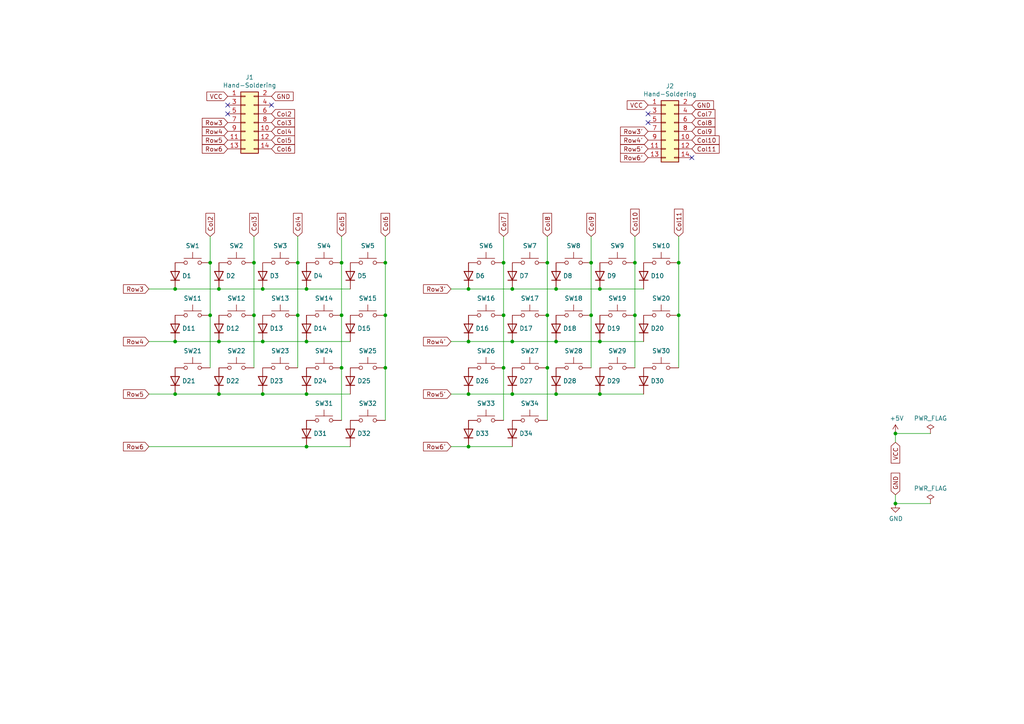
<source format=kicad_sch>
(kicad_sch (version 20211123) (generator eeschema)
  (paper "A4")
  (title_block (title "Pragmatic Input Module") (date "2021-11-20") (rev "v0.2") (company "Designed by James Sa"))
  (lib_symbols
    (symbol "Connector_Generic:Conn_02x07_Odd_Even" (pin_names (offset 1.016) hide)
      (property "Reference" "J" (at 1.27 10.16 0))
      (property "Value" "Conn_02x07_Odd_Even" (at 1.27 -10.16 0))
      (symbol "Conn_02x07_Odd_Even_1_1"
        (rectangle (start -1.27 -7.493) (end 0 -7.747) (stroke (width 0.1524)))
        (rectangle (start -1.27 -4.953) (end 0 -5.207) (stroke (width 0.1524)))
        (rectangle (start -1.27 -2.413) (end 0 -2.667) (stroke (width 0.1524)))
        (rectangle (start -1.27 0.127) (end 0 -0.127) (stroke (width 0.1524)))
        (rectangle (start -1.27 2.667) (end 0 2.413) (stroke (width 0.1524)))
        (rectangle (start -1.27 5.207) (end 0 4.953) (stroke (width 0.1524)))
        (rectangle (start -1.27 7.747) (end 0 7.493) (stroke (width 0.1524)))
        (rectangle (start -1.27 8.89) (end 3.81 -8.89) (stroke (width 0.254)) (fill (type background)))
        (rectangle (start 3.81 -7.493) (end 2.54 -7.747) (stroke (width 0.1524)))
        (rectangle (start 3.81 -4.953) (end 2.54 -5.207) (stroke (width 0.1524)))
        (rectangle (start 3.81 -2.413) (end 2.54 -2.667) (stroke (width 0.1524)))
        (rectangle (start 3.81 0.127) (end 2.54 -0.127) (stroke (width 0.1524)))
        (rectangle (start 3.81 2.667) (end 2.54 2.413) (stroke (width 0.1524)))
        (rectangle (start 3.81 5.207) (end 2.54 4.953) (stroke (width 0.1524)))
        (rectangle (start 3.81 7.747) (end 2.54 7.493) (stroke (width 0.1524)))
        (pin passive line (at -5.08 7.62 0) (length 3.81) (name "Pin_1") (number "1"))
        (pin passive line (at 7.62 -2.54 180) (length 3.81) (name "Pin_10") (number "10"))
        (pin passive line (at -5.08 -5.08 0) (length 3.81) (name "Pin_11") (number "11"))
        (pin passive line (at 7.62 -5.08 180) (length 3.81) (name "Pin_12") (number "12"))
        (pin passive line (at -5.08 -7.62 0) (length 3.81) (name "Pin_13") (number "13"))
        (pin passive line (at 7.62 -7.62 180) (length 3.81) (name "Pin_14") (number "14"))
        (pin passive line (at 7.62 7.62 180) (length 3.81) (name "Pin_2") (number "2"))
        (pin passive line (at -5.08 5.08 0) (length 3.81) (name "Pin_3") (number "3"))
        (pin passive line (at 7.62 5.08 180) (length 3.81) (name "Pin_4") (number "4"))
        (pin passive line (at -5.08 2.54 0) (length 3.81) (name "Pin_5") (number "5"))
        (pin passive line (at 7.62 2.54 180) (length 3.81) (name "Pin_6") (number "6"))
        (pin passive line (at -5.08 0 0) (length 3.81) (name "Pin_7") (number "7"))
        (pin passive line (at 7.62 0 180) (length 3.81) (name "Pin_8") (number "8"))
        (pin passive line (at -5.08 -2.54 0) (length 3.81) (name "Pin_9") (number "9"))
      )
    )
    (symbol "Device:D" (pin_numbers hide) (pin_names (offset 1.016) hide)
      (property "Reference" "D" (at 0 2.54 0))
      (property "Value" "D" (at 0 -2.54 0))
      (symbol "D_0_1"
        (polyline (pts (xy -1.27 1.27) (xy -1.27 -1.27)) (stroke (width 0.254)))
        (polyline (pts (xy 1.27 0) (xy -1.27 0)))
        (polyline (pts (xy 1.27 1.27) (xy 1.27 -1.27) (xy -1.27 0) (xy 1.27 1.27)) (stroke (width 0.254)))
      )
      (symbol "D_1_1"
        (pin passive line (at -3.81 0 0) (length 2.54) (name "K") (number "1"))
        (pin passive line (at 3.81 0 180) (length 2.54) (name "A") (number "2"))
      )
    )
    (symbol "Switch:SW_Push" (pin_numbers hide) (pin_names (offset 1.016) hide)
      (property "Reference" "SW" (at 1.27 2.54 0))
      (property "Value" "SW_Push" (at 0 -1.524 0))
      (symbol "SW_Push_0_1"
        (circle (center -2.032 0) (radius 0.508))
        (polyline (pts (xy 0 1.27) (xy 0 3.048)))
        (polyline (pts (xy 2.54 1.27) (xy -2.54 1.27)))
        (circle (center 2.032 0) (radius 0.508))
        (pin passive line (at -5.08 0 0) (length 2.54) (name "1") (number "1"))
        (pin passive line (at 5.08 0 180) (length 2.54) (name "2") (number "2"))
      )
    )
    (symbol "power:+5V" (power) (pin_names (offset 0))
      (property "Value" "+5V" (at 0 3.556 0))
      (symbol "+5V_0_1"
        (polyline (pts (xy -0.762 1.27) (xy 0 2.54)))
        (polyline (pts (xy 0 0) (xy 0 2.54)))
        (polyline (pts (xy 0 2.54) (xy 0.762 1.27)))
      )
      (symbol "+5V_1_1"
        (pin power_in line (at 0 0 90) (length 0) hide (name "+5V") (number "1"))
      )
    )
    (symbol "power:GND" (power) (pin_names (offset 0))
      (property "Value" "GND" (at 0 -3.81 0))
      (symbol "GND_0_1"
        (polyline (pts (xy 0 0) (xy 0 -1.27) (xy 1.27 -1.27) (xy 0 -2.54) (xy -1.27 -1.27) (xy 0 -1.27)))
      )
      (symbol "GND_1_1"
        (pin power_in line (at 0 0 270) (length 0) hide (name "GND") (number "1"))
      )
    )
    (symbol "power:PWR_FLAG" (power) (pin_numbers hide) (pin_names (offset 0) hide)
      (property "Value" "PWR_FLAG" (at 0 3.81 0))
      (symbol "PWR_FLAG_0_0"
        (pin power_out line (at 0 0 90) (length 0) (name "pwr") (number "1"))
      )
      (symbol "PWR_FLAG_0_1"
        (polyline (pts (xy 0 0) (xy 0 1.27) (xy -1.016 1.905) (xy 0 2.54) (xy 1.016 1.905) (xy 0 1.27)))
      )
    )
  )
  (junction (at 50.8 83.82))
  (junction (at 161.29 83.82))
  (junction (at 88.9 129.54))
  (junction (at 184.15 76.2))
  (junction (at 63.5 114.3))
  (junction (at 173.99 114.3))
  (junction (at 135.89 114.3))
  (junction (at 171.45 91.44))
  (junction (at 173.99 83.82))
  (junction (at 135.89 129.54))
  (junction (at 146.05 106.68))
  (junction (at 184.15 91.44))
  (junction (at 158.75 76.2))
  (junction (at 196.85 76.2))
  (junction (at 86.36 91.44))
  (junction (at 76.2 114.3))
  (junction (at 259.715 146.05))
  (junction (at 259.715 125.73))
  (junction (at 99.06 91.44))
  (junction (at 148.59 99.06))
  (junction (at 76.2 83.82))
  (junction (at 196.85 91.44))
  (junction (at 73.66 76.2))
  (junction (at 76.2 99.06))
  (junction (at 161.29 114.3))
  (junction (at 158.75 106.68))
  (junction (at 135.89 83.82))
  (junction (at 73.66 91.44))
  (junction (at 88.9 114.3))
  (junction (at 135.89 99.06))
  (junction (at 88.9 83.82))
  (junction (at 111.76 106.68))
  (junction (at 111.76 76.2))
  (junction (at 50.8 99.06))
  (junction (at 148.59 83.82))
  (junction (at 60.96 76.2))
  (junction (at 99.06 76.2))
  (junction (at 99.06 106.68))
  (junction (at 146.05 91.44))
  (junction (at 148.59 114.3))
  (junction (at 171.45 76.2))
  (junction (at 63.5 99.06))
  (junction (at 146.05 76.2))
  (junction (at 50.8 114.3))
  (junction (at 158.75 91.44))
  (junction (at 161.29 99.06))
  (junction (at 88.9 99.06))
  (junction (at 60.96 91.44))
  (junction (at 111.76 91.44))
  (junction (at 173.99 99.06))
  (junction (at 86.36 76.2))
  (junction (at 63.5 83.82))
  (no_connect (at 187.96 33.02))
  (no_connect (at 187.96 35.56))
  (no_connect (at 200.66 45.72))
  (no_connect (at 66.04 30.48))
  (no_connect (at 66.04 33.02))
  (no_connect (at 78.74 30.48))
  (wire (pts (xy 76.2 83.82) (xy 88.9 83.82)))
  (wire (pts (xy 111.76 76.2) (xy 111.76 91.44)))
  (wire (pts (xy 99.06 106.68) (xy 99.06 121.92)))
  (wire (pts (xy 111.76 91.44) (xy 111.76 106.68)))
  (wire (pts (xy 158.75 106.68) (xy 158.75 121.92)))
  (wire (pts (xy 76.2 114.3) (xy 88.9 114.3)))
  (wire (pts (xy 60.96 91.44) (xy 60.96 106.68)))
  (wire (pts (xy 43.18 129.54) (xy 88.9 129.54)))
  (wire (pts (xy 130.81 83.82) (xy 135.89 83.82)))
  (wire (pts (xy 99.06 68.58) (xy 99.06 76.2)))
  (wire (pts (xy 148.59 83.82) (xy 161.29 83.82)))
  (wire (pts (xy 50.8 83.82) (xy 63.5 83.82)))
  (wire (pts (xy 259.715 125.73) (xy 269.875 125.73)))
  (wire (pts (xy 146.05 68.58) (xy 146.05 76.2)))
  (wire (pts (xy 146.05 76.2) (xy 146.05 91.44)))
  (wire (pts (xy 60.96 68.58) (xy 60.96 76.2)))
  (wire (pts (xy 135.89 99.06) (xy 148.59 99.06)))
  (wire (pts (xy 60.96 76.2) (xy 60.96 91.44)))
  (wire (pts (xy 63.5 99.06) (xy 76.2 99.06)))
  (wire (pts (xy 50.8 114.3) (xy 63.5 114.3)))
  (wire (pts (xy 130.81 129.54) (xy 135.89 129.54)))
  (wire (pts (xy 135.89 83.82) (xy 148.59 83.82)))
  (wire (pts (xy 73.66 91.44) (xy 73.66 106.68)))
  (wire (pts (xy 173.99 114.3) (xy 186.69 114.3)))
  (wire (pts (xy 88.9 83.82) (xy 101.6 83.82)))
  (wire (pts (xy 184.15 68.58) (xy 184.15 76.2)))
  (wire (pts (xy 158.75 76.2) (xy 158.75 91.44)))
  (wire (pts (xy 86.36 91.44) (xy 86.36 106.68)))
  (wire (pts (xy 50.8 99.06) (xy 63.5 99.06)))
  (wire (pts (xy 148.59 99.06) (xy 161.29 99.06)))
  (wire (pts (xy 86.36 68.58) (xy 86.36 76.2)))
  (wire (pts (xy 259.715 143.51) (xy 259.715 146.05)))
  (wire (pts (xy 196.85 76.2) (xy 196.85 91.44)))
  (wire (pts (xy 88.9 99.06) (xy 101.6 99.06)))
  (wire (pts (xy 161.29 83.82) (xy 173.99 83.82)))
  (wire (pts (xy 158.75 68.58) (xy 158.75 76.2)))
  (wire (pts (xy 173.99 83.82) (xy 186.69 83.82)))
  (wire (pts (xy 184.15 91.44) (xy 184.15 106.68)))
  (wire (pts (xy 135.89 129.54) (xy 148.59 129.54)))
  (wire (pts (xy 88.9 114.3) (xy 101.6 114.3)))
  (wire (pts (xy 171.45 68.58) (xy 171.45 76.2)))
  (wire (pts (xy 184.15 76.2) (xy 184.15 91.44)))
  (wire (pts (xy 43.18 114.3) (xy 50.8 114.3)))
  (wire (pts (xy 99.06 76.2) (xy 99.06 91.44)))
  (wire (pts (xy 196.85 91.44) (xy 196.85 106.68)))
  (wire (pts (xy 148.59 114.3) (xy 161.29 114.3)))
  (wire (pts (xy 135.89 114.3) (xy 148.59 114.3)))
  (wire (pts (xy 99.06 91.44) (xy 99.06 106.68)))
  (wire (pts (xy 111.76 106.68) (xy 111.76 121.92)))
  (wire (pts (xy 146.05 91.44) (xy 146.05 106.68)))
  (wire (pts (xy 111.76 68.58) (xy 111.76 76.2)))
  (wire (pts (xy 86.36 76.2) (xy 86.36 91.44)))
  (wire (pts (xy 76.2 99.06) (xy 88.9 99.06)))
  (wire (pts (xy 63.5 114.3) (xy 76.2 114.3)))
  (wire (pts (xy 171.45 76.2) (xy 171.45 91.44)))
  (wire (pts (xy 173.99 99.06) (xy 186.69 99.06)))
  (wire (pts (xy 196.85 68.58) (xy 196.85 76.2)))
  (wire (pts (xy 63.5 83.82) (xy 76.2 83.82)))
  (wire (pts (xy 161.29 99.06) (xy 173.99 99.06)))
  (wire (pts (xy 259.715 125.73) (xy 259.715 128.27)))
  (wire (pts (xy 269.875 146.05) (xy 259.715 146.05)))
  (wire (pts (xy 146.05 106.68) (xy 146.05 121.92)))
  (wire (pts (xy 88.9 129.54) (xy 101.6 129.54)))
  (wire (pts (xy 171.45 91.44) (xy 171.45 106.68)))
  (wire (pts (xy 158.75 91.44) (xy 158.75 106.68)))
  (wire (pts (xy 161.29 114.3) (xy 173.99 114.3)))
  (wire (pts (xy 73.66 76.2) (xy 73.66 91.44)))
  (wire (pts (xy 130.81 99.06) (xy 135.89 99.06)))
  (wire (pts (xy 43.18 83.82) (xy 50.8 83.82)))
  (wire (pts (xy 73.66 68.58) (xy 73.66 76.2)))
  (wire (pts (xy 130.81 114.3) (xy 135.89 114.3)))
  (wire (pts (xy 43.18 99.06) (xy 50.8 99.06)))
  (global_label "GND" (shape input) (at 259.715 143.51 90) (property "Intersheet References" "${INTERSHEET_REFS}" (effects hide)))
  (global_label "VCC" (shape input) (at 259.715 128.27 270) (property "Intersheet References" "${INTERSHEET_REFS}" (effects hide)))
  (global_label "Row5" (shape input) (at 43.18 114.3 180) (property "Intersheet References" "${INTERSHEET_REFS}" (effects hide)))
  (global_label "Row6'" (shape input) (at 187.96 45.72 180) (property "Intersheet References" "${INTERSHEET_REFS}" (effects hide)))
  (global_label "Row3" (shape input) (at 66.04 35.56 180) (property "Intersheet References" "${INTERSHEET_REFS}" (effects hide)))
  (global_label "Row5'" (shape input) (at 130.81 114.3 180) (property "Intersheet References" "${INTERSHEET_REFS}" (effects hide)))
  (global_label "Row4" (shape input) (at 66.04 38.1 180) (property "Intersheet References" "${INTERSHEET_REFS}" (effects hide)))
  (global_label "Col7" (shape input) (at 200.66 33.02 0) (property "Intersheet References" "${INTERSHEET_REFS}" (effects hide)))
  (global_label "VCC" (shape input) (at 187.96 30.48 180) (property "Intersheet References" "${INTERSHEET_REFS}" (effects hide)))
  (global_label "Col4" (shape input) (at 78.74 38.1 0) (property "Intersheet References" "${INTERSHEET_REFS}" (effects hide)))
  (global_label "Row3'" (shape input) (at 130.81 83.82 180) (property "Intersheet References" "${INTERSHEET_REFS}" (effects hide)))
  (global_label "Col8" (shape input) (at 158.75 68.58 90) (property "Intersheet References" "${INTERSHEET_REFS}" (effects hide)))
  (global_label "Row5'" (shape input) (at 187.96 43.18 180) (property "Intersheet References" "${INTERSHEET_REFS}" (effects hide)))
  (global_label "Col10" (shape input) (at 184.15 68.58 90) (property "Intersheet References" "${INTERSHEET_REFS}" (effects hide)))
  (global_label "Col2" (shape input) (at 78.74 33.02 0) (property "Intersheet References" "${INTERSHEET_REFS}" (effects hide)))
  (global_label "Col9" (shape input) (at 200.66 38.1 0) (property "Intersheet References" "${INTERSHEET_REFS}" (effects hide)))
  (global_label "Row6" (shape input) (at 43.18 129.54 180) (property "Intersheet References" "${INTERSHEET_REFS}" (effects hide)))
  (global_label "Col10" (shape input) (at 200.66 40.64 0) (property "Intersheet References" "${INTERSHEET_REFS}" (effects hide)))
  (global_label "Col4" (shape input) (at 86.36 68.58 90) (property "Intersheet References" "${INTERSHEET_REFS}" (effects hide)))
  (global_label "GND" (shape input) (at 78.74 27.94 0) (property "Intersheet References" "${INTERSHEET_REFS}" (effects hide)))
  (global_label "Row4'" (shape input) (at 187.96 40.64 180) (property "Intersheet References" "${INTERSHEET_REFS}" (effects hide)))
  (global_label "Col11" (shape input) (at 196.85 68.58 90) (property "Intersheet References" "${INTERSHEET_REFS}" (effects hide)))
  (global_label "Col6" (shape input) (at 78.74 43.18 0) (property "Intersheet References" "${INTERSHEET_REFS}" (effects hide)))
  (global_label "Col7" (shape input) (at 146.05 68.58 90) (property "Intersheet References" "${INTERSHEET_REFS}" (effects hide)))
  (global_label "Col2" (shape input) (at 60.96 68.58 90) (property "Intersheet References" "${INTERSHEET_REFS}" (effects hide)))
  (global_label "Col3" (shape input) (at 78.74 35.56 0) (property "Intersheet References" "${INTERSHEET_REFS}" (effects hide)))
  (global_label "Row5" (shape input) (at 66.04 40.64 180) (property "Intersheet References" "${INTERSHEET_REFS}" (effects hide)))
  (global_label "Row6" (shape input) (at 66.04 43.18 180) (property "Intersheet References" "${INTERSHEET_REFS}" (effects hide)))
  (global_label "Row6'" (shape input) (at 130.81 129.54 180) (property "Intersheet References" "${INTERSHEET_REFS}" (effects hide)))
  (global_label "Col6" (shape input) (at 111.76 68.58 90) (property "Intersheet References" "${INTERSHEET_REFS}" (effects hide)))
  (global_label "Col8" (shape input) (at 200.66 35.56 0) (property "Intersheet References" "${INTERSHEET_REFS}" (effects hide)))
  (global_label "Row4'" (shape input) (at 130.81 99.06 180) (property "Intersheet References" "${INTERSHEET_REFS}" (effects hide)))
  (global_label "VCC" (shape input) (at 66.04 27.94 180) (property "Intersheet References" "${INTERSHEET_REFS}" (effects hide)))
  (global_label "Row3" (shape input) (at 43.18 83.82 180) (property "Intersheet References" "${INTERSHEET_REFS}" (effects hide)))
  (global_label "Col3" (shape input) (at 73.66 68.58 90) (property "Intersheet References" "${INTERSHEET_REFS}" (effects hide)))
  (global_label "Row4" (shape input) (at 43.18 99.06 180) (property "Intersheet References" "${INTERSHEET_REFS}" (effects hide)))
  (global_label "GND" (shape input) (at 200.66 30.48 0) (property "Intersheet References" "${INTERSHEET_REFS}" (effects hide)))
  (global_label "Row3'" (shape input) (at 187.96 38.1 180) (property "Intersheet References" "${INTERSHEET_REFS}" (effects hide)))
  (global_label "Col5" (shape input) (at 78.74 40.64 0) (property "Intersheet References" "${INTERSHEET_REFS}" (effects hide)))
  (global_label "Col5" (shape input) (at 99.06 68.58 90) (property "Intersheet References" "${INTERSHEET_REFS}" (effects hide)))
  (global_label "Col9" (shape input) (at 171.45 68.58 90) (property "Intersheet References" "${INTERSHEET_REFS}" (effects hide)))
  (global_label "Col11" (shape input) (at 200.66 43.18 0) (property "Intersheet References" "${INTERSHEET_REFS}" (effects hide)))
  (symbol (lib_id "power:+5V") (at 259.715 125.73 0) (unit 1)
    (property "Reference" "#PWR01" (effects hide))
    (property "Value" "+5V" (at 260.096 121.3358 0))
  )
  (symbol (lib_id "power:PWR_FLAG") (at 269.875 125.73 0) (unit 1)
    (property "Reference" "#FLG0101" (effects hide))
    (property "Value" "PWR_FLAG" (at 269.875 121.3358 0))
  )
  (symbol (lib_id "Device:D") (at 50.8 95.25 90) (unit 1)
    (property "Reference" "D11" (at 52.832 95.25 90) (effects (justify right)))
    (property "Value" "1N4148" (effects hide))
    (property "Footprint" "Keyboard_Foostan:D3_SMD_v2" (effects hide))
    (property "LCSC" "C81598" (effects hide))
  )
  (symbol (lib_id "Switch:SW_Push") (at 55.88 91.44 0) (unit 1)
    (property "Reference" "SW11" (at 55.88 86.5378 0))
    (property "Value" "SW_Push" (effects hide))
    (property "Footprint" "Keyboard_JSA:MX_Hotswap" (effects hide))
    (property "LCSC" "C2803348" (effects hide))
  )
  (symbol (lib_id "power:PWR_FLAG") (at 269.875 146.05 0) (unit 1)
    (property "Reference" "#FLG0102" (effects hide))
    (property "Value" "PWR_FLAG" (at 269.875 141.6558 0))
  )
  (symbol (lib_id "Device:D") (at 63.5 95.25 90) (unit 1)
    (property "Reference" "D12" (at 65.532 95.25 90) (effects (justify right)))
    (property "Value" "1N4148" (effects hide))
    (property "Footprint" "Keyboard_Foostan:D3_SMD_v2" (effects hide))
    (property "LCSC" "C81598" (effects hide))
  )
  (symbol (lib_id "Switch:SW_Push") (at 68.58 91.44 0) (unit 1)
    (property "Reference" "SW12" (at 68.58 86.5378 0))
    (property "Value" "SW_Push" (effects hide))
    (property "Footprint" "Keyboard_JSA:MX_Hotswap" (effects hide))
    (property "LCSC" "C2803348" (effects hide))
  )
  (symbol (lib_id "power:GND") (at 259.715 146.05 0) (unit 1)
    (property "Reference" "#PWR02" (effects hide))
    (property "Value" "GND" (at 259.842 150.4442 0))
  )
  (symbol (lib_id "Device:D") (at 76.2 80.01 90) (unit 1)
    (property "Reference" "D3" (at 78.232 80.01 90) (effects (justify right)))
    (property "Value" "1N4148" (effects hide))
    (property "Footprint" "Keyboard_Foostan:D3_SMD_v2" (effects hide))
    (property "LCSC" "C81598" (effects hide))
  )
  (symbol (lib_id "Switch:SW_Push") (at 81.28 76.2 0) (unit 1)
    (property "Reference" "SW3" (at 81.28 71.2978 0))
    (property "Value" "SW_Push" (effects hide))
    (property "Footprint" "Keyboard_JSA:MX_Hotswap" (effects hide))
    (property "LCSC" "C2803348" (effects hide))
  )
  (symbol (lib_id "Device:D") (at 88.9 80.01 90) (unit 1)
    (property "Reference" "D4" (at 90.932 80.01 90) (effects (justify right)))
    (property "Value" "1N4148" (effects hide))
    (property "Footprint" "Keyboard_Foostan:D3_SMD_v2" (effects hide))
    (property "LCSC" "C81598" (effects hide))
  )
  (symbol (lib_id "Switch:SW_Push") (at 93.98 76.2 0) (unit 1)
    (property "Reference" "SW4" (at 93.98 71.2978 0))
    (property "Value" "SW_Push" (effects hide))
    (property "Footprint" "Keyboard_JSA:MX_Hotswap" (effects hide))
    (property "LCSC" "C2803348" (effects hide))
  )
  (symbol (lib_id "Device:D") (at 101.6 80.01 90) (unit 1)
    (property "Reference" "D5" (at 103.632 80.01 90) (effects (justify right)))
    (property "Value" "1N4148" (effects hide))
    (property "Footprint" "Keyboard_Foostan:D3_SMD_v2" (effects hide))
    (property "LCSC" "C81598" (effects hide))
  )
  (symbol (lib_id "Switch:SW_Push") (at 106.68 76.2 0) (unit 1)
    (property "Reference" "SW5" (at 106.68 71.2978 0))
    (property "Value" "SW_Push" (effects hide))
    (property "Footprint" "Keyboard_JSA:MX_Hotswap" (effects hide))
    (property "LCSC" "C2803348" (effects hide))
  )
  (symbol (lib_id "Device:D") (at 50.8 80.01 90) (unit 1)
    (property "Reference" "D1" (at 52.832 80.01 90) (effects (justify right)))
    (property "Value" "1N4148" (effects hide))
    (property "Footprint" "Keyboard_Foostan:D3_SMD_v2" (effects hide))
    (property "Datasheet" "https://datasheet.lcsc.com/lcsc/1811061725_ST-Semtech-1N4148W_C81598.pdf" (effects hide))
    (property "LCSC" "C81598" (effects hide))
  )
  (symbol (lib_id "Switch:SW_Push") (at 55.88 76.2 0) (unit 1)
    (property "Reference" "SW1" (at 55.88 71.2978 0))
    (property "Value" "SW_Push" (effects hide))
    (property "Footprint" "Keyboard_JSA:MX_Hotswap" (effects hide))
    (property "LCSC" "C2803348" (effects hide))
  )
  (symbol (lib_id "Device:D") (at 63.5 80.01 90) (unit 1)
    (property "Reference" "D2" (at 65.532 80.01 90) (effects (justify right)))
    (property "Value" "1N4148" (effects hide))
    (property "Footprint" "Keyboard_Foostan:D3_SMD_v2" (effects hide))
    (property "LCSC" "C81598" (effects hide))
  )
  (symbol (lib_id "Switch:SW_Push") (at 68.58 76.2 0) (unit 1)
    (property "Reference" "SW2" (at 68.58 71.2978 0))
    (property "Value" "SW_Push" (effects hide))
    (property "Footprint" "Keyboard_JSA:MX_Hotswap" (effects hide))
    (property "LCSC" "C2803348" (effects hide))
  )
  (symbol (lib_id "Device:D") (at 76.2 95.25 90) (unit 1)
    (property "Reference" "D13" (at 78.232 95.25 90) (effects (justify right)))
    (property "Value" "1N4148" (effects hide))
    (property "Footprint" "Keyboard_Foostan:D3_SMD_v2" (effects hide))
    (property "LCSC" "C81598" (effects hide))
  )
  (symbol (lib_id "Switch:SW_Push") (at 81.28 91.44 0) (unit 1)
    (property "Reference" "SW13" (at 81.28 86.5378 0))
    (property "Value" "SW_Push" (effects hide))
    (property "Footprint" "Keyboard_JSA:MX_Hotswap" (effects hide))
    (property "LCSC" "C2803348" (effects hide))
  )
  (symbol (lib_id "Device:D") (at 88.9 95.25 90) (unit 1)
    (property "Reference" "D14" (at 90.932 95.25 90) (effects (justify right)))
    (property "Value" "1N4148" (effects hide))
    (property "Footprint" "Keyboard_Foostan:D3_SMD_v2" (effects hide))
    (property "LCSC" "C81598" (effects hide))
  )
  (symbol (lib_id "Switch:SW_Push") (at 93.98 91.44 0) (unit 1)
    (property "Reference" "SW14" (at 93.98 86.5378 0))
    (property "Value" "SW_Push" (effects hide))
    (property "Footprint" "Keyboard_JSA:MX_Hotswap" (effects hide))
    (property "LCSC" "C2803348" (effects hide))
  )
  (symbol (lib_id "Device:D") (at 101.6 95.25 90) (unit 1)
    (property "Reference" "D15" (at 103.632 95.25 90) (effects (justify right)))
    (property "Value" "1N4148" (effects hide))
    (property "Footprint" "Keyboard_Foostan:D3_SMD_v2" (effects hide))
    (property "LCSC" "C81598" (effects hide))
  )
  (symbol (lib_id "Switch:SW_Push") (at 106.68 91.44 0) (unit 1)
    (property "Reference" "SW15" (at 106.68 86.5378 0))
    (property "Value" "SW_Push" (effects hide))
    (property "Footprint" "Keyboard_JSA:MX_Hotswap" (effects hide))
    (property "LCSC" "C2803348" (effects hide))
  )
  (symbol (lib_id "Device:D") (at 63.5 110.49 90) (unit 1)
    (property "Reference" "D22" (at 65.532 110.49 90) (effects (justify right)))
    (property "Value" "1N4148" (effects hide))
    (property "Footprint" "Keyboard_Foostan:D3_SMD_v2" (effects hide))
    (property "LCSC" "C81598" (effects hide))
  )
  (symbol (lib_id "Switch:SW_Push") (at 68.58 106.68 0) (unit 1)
    (property "Reference" "SW22" (at 68.58 101.7778 0))
    (property "Value" "SW_Push" (effects hide))
    (property "Footprint" "Keyboard_JSA:MX_Hotswap" (effects hide))
    (property "LCSC" "C2803348" (effects hide))
  )
  (symbol (lib_id "Device:D") (at 76.2 110.49 90) (unit 1)
    (property "Reference" "D23" (at 78.232 110.49 90) (effects (justify right)))
    (property "Value" "1N4148" (effects hide))
    (property "Footprint" "Keyboard_Foostan:D3_SMD_v2" (effects hide))
    (property "LCSC" "C81598" (effects hide))
  )
  (symbol (lib_id "Switch:SW_Push") (at 81.28 106.68 0) (unit 1)
    (property "Reference" "SW23" (at 81.28 101.7778 0))
    (property "Value" "SW_Push" (effects hide))
    (property "Footprint" "Keyboard_JSA:MX_Hotswap" (effects hide))
    (property "LCSC" "C2803348" (effects hide))
  )
  (symbol (lib_id "Device:D") (at 88.9 110.49 90) (unit 1)
    (property "Reference" "D24" (at 90.932 110.49 90) (effects (justify right)))
    (property "Value" "1N4148" (effects hide))
    (property "Footprint" "Keyboard_Foostan:D3_SMD_v2" (effects hide))
    (property "LCSC" "C81598" (effects hide))
  )
  (symbol (lib_id "Switch:SW_Push") (at 93.98 106.68 0) (unit 1)
    (property "Reference" "SW24" (at 93.98 101.7778 0))
    (property "Value" "SW_Push" (effects hide))
    (property "Footprint" "Keyboard_JSA:MX_Hotswap" (effects hide))
    (property "LCSC" "C2803348" (effects hide))
  )
  (symbol (lib_id "Device:D") (at 101.6 110.49 90) (unit 1)
    (property "Reference" "D25" (at 103.632 110.49 90) (effects (justify right)))
    (property "Value" "1N4148" (effects hide))
    (property "Footprint" "Keyboard_Foostan:D3_SMD_v2" (effects hide))
    (property "LCSC" "C81598" (effects hide))
  )
  (symbol (lib_id "Switch:SW_Push") (at 106.68 106.68 0) (unit 1)
    (property "Reference" "SW25" (at 106.68 101.7778 0))
    (property "Value" "SW_Push" (effects hide))
    (property "Footprint" "Keyboard_JSA:MX_Hotswap" (effects hide))
    (property "LCSC" "C2803348" (effects hide))
  )
  (symbol (lib_id "Device:D") (at 50.8 110.49 90) (unit 1)
    (property "Reference" "D21" (at 52.832 110.49 90) (effects (justify right)))
    (property "Value" "1N4148" (effects hide))
    (property "Footprint" "Keyboard_Foostan:D3_SMD_v2" (effects hide))
    (property "LCSC" "C81598" (effects hide))
  )
  (symbol (lib_id "Switch:SW_Push") (at 55.88 106.68 0) (unit 1)
    (property "Reference" "SW21" (at 55.88 101.7778 0))
    (property "Value" "SW_Push" (effects hide))
    (property "Footprint" "Keyboard_JSA:MX_Hotswap" (effects hide))
    (property "LCSC" "C2803348" (effects hide))
  )
  (symbol (lib_id "Device:D") (at 88.9 125.73 90) (unit 1)
    (property "Reference" "D31" (at 90.932 125.73 90) (effects (justify right)))
    (property "Value" "1N4148" (effects hide))
    (property "Footprint" "Keyboard_Foostan:D3_SMD_v2" (effects hide))
    (property "LCSC" "C81598" (effects hide))
  )
  (symbol (lib_id "Switch:SW_Push") (at 93.98 121.92 0) (unit 1)
    (property "Reference" "SW31" (at 93.98 117.0178 0))
    (property "Value" "SW_Push" (effects hide))
    (property "Footprint" "Keyboard_JSA:MX_Hotswap" (effects hide))
    (property "LCSC" "C2803348" (effects hide))
  )
  (symbol (lib_id "Device:D") (at 101.6 125.73 90) (unit 1)
    (property "Reference" "D32" (at 103.632 125.73 90) (effects (justify right)))
    (property "Value" "1N4148" (effects hide))
    (property "Footprint" "Keyboard_Foostan:D3_SMD_v2" (effects hide))
    (property "LCSC" "C81598" (effects hide))
  )
  (symbol (lib_id "Switch:SW_Push") (at 106.68 121.92 0) (unit 1)
    (property "Reference" "SW32" (at 106.68 117.0178 0))
    (property "Value" "SW_Push" (effects hide))
    (property "Footprint" "Keyboard_JSA:MX_Hotswap" (effects hide))
    (property "LCSC" "C2803348" (effects hide))
  )
  (symbol (lib_id "Connector_Generic:Conn_02x07_Odd_Even") (at 71.12 35.56 0) (unit 1)
    (property "Reference" "J1" (at 72.39 22.4282 0))
    (property "Value" "Hand-Soldering" (at 72.39 24.7396 0))
    (property "Footprint" "Connector_IDC:IDC-Header_2x07_P2.54mm_Vertical" (effects hide))
    (property "LCSC" "C3406" (effects hide))
  )
  (symbol (lib_id "Switch:SW_Push") (at 153.67 91.44 0) (unit 1)
    (property "Reference" "SW17" (at 153.67 86.5378 0))
    (property "Value" "SW_Push" (effects hide))
    (property "Footprint" "Keyboard_JSA:MX_Hotswap" (effects hide))
    (property "LCSC" "C2803348" (effects hide))
  )
  (symbol (lib_id "Switch:SW_Push") (at 191.77 76.2 0) (unit 1)
    (property "Reference" "SW10" (at 191.77 71.2978 0))
    (property "Value" "SW_Push" (effects hide))
    (property "Footprint" "Keyboard_JSA:MX_Hotswap" (effects hide))
    (property "LCSC" "C2803348" (effects hide))
  )
  (symbol (lib_id "Device:D") (at 186.69 80.01 90) (unit 1)
    (property "Reference" "D10" (at 188.722 80.01 90) (effects (justify right)))
    (property "Value" "1N4148" (effects hide))
    (property "Footprint" "Keyboard_Foostan:D3_SMD_v2" (effects hide))
    (property "LCSC" "C81598" (effects hide))
  )
  (symbol (lib_id "Switch:SW_Push") (at 179.07 76.2 0) (unit 1)
    (property "Reference" "SW9" (at 179.07 71.2978 0))
    (property "Value" "SW_Push" (effects hide))
    (property "Footprint" "Keyboard_JSA:MX_Hotswap" (effects hide))
    (property "LCSC" "C2803348" (effects hide))
  )
  (symbol (lib_id "Device:D") (at 173.99 80.01 90) (unit 1)
    (property "Reference" "D9" (at 176.022 80.01 90) (effects (justify right)))
    (property "Value" "1N4148" (effects hide))
    (property "Footprint" "Keyboard_Foostan:D3_SMD_v2" (effects hide))
    (property "LCSC" "C81598" (effects hide))
  )
  (symbol (lib_id "Switch:SW_Push") (at 166.37 76.2 0) (unit 1)
    (property "Reference" "SW8" (at 166.37 71.2978 0))
    (property "Value" "SW_Push" (effects hide))
    (property "Footprint" "Keyboard_JSA:MX_Hotswap" (effects hide))
    (property "LCSC" "C2803348" (effects hide))
  )
  (symbol (lib_id "Switch:SW_Push") (at 153.67 106.68 0) (unit 1)
    (property "Reference" "SW27" (at 153.67 101.7778 0))
    (property "Value" "SW_Push" (effects hide))
    (property "Footprint" "Keyboard_JSA:MX_Hotswap" (effects hide))
    (property "LCSC" "C2803348" (effects hide))
  )
  (symbol (lib_id "Switch:SW_Push") (at 179.07 106.68 0) (unit 1)
    (property "Reference" "SW29" (at 179.07 101.7778 0))
    (property "Value" "SW_Push" (effects hide))
    (property "Footprint" "Keyboard_JSA:MX_Hotswap" (effects hide))
    (property "LCSC" "C2803348" (effects hide))
  )
  (symbol (lib_id "Switch:SW_Push") (at 166.37 106.68 0) (unit 1)
    (property "Reference" "SW28" (at 166.37 101.7778 0))
    (property "Value" "SW_Push" (effects hide))
    (property "Footprint" "Keyboard_JSA:MX_Hotswap" (effects hide))
    (property "LCSC" "C2803348" (effects hide))
  )
  (symbol (lib_id "Switch:SW_Push") (at 166.37 91.44 0) (unit 1)
    (property "Reference" "SW18" (at 166.37 86.5378 0))
    (property "Value" "SW_Push" (effects hide))
    (property "Footprint" "Keyboard_JSA:MX_Hotswap" (effects hide))
    (property "LCSC" "C2803348" (effects hide))
  )
  (symbol (lib_id "Connector_Generic:Conn_02x07_Odd_Even") (at 193.04 38.1 0) (unit 1)
    (property "Reference" "J2" (at 194.31 24.9682 0))
    (property "Value" "Hand-Soldering" (at 194.31 27.2796 0))
    (property "Footprint" "Connector_IDC:IDC-Header_2x07_P2.54mm_Vertical" (effects hide))
    (property "LCSC" "C3406" (effects hide))
  )
  (symbol (lib_id "Device:D") (at 173.99 95.25 90) (unit 1)
    (property "Reference" "D19" (at 176.022 95.25 90) (effects (justify right)))
    (property "Value" "1N4148" (effects hide))
    (property "Footprint" "Keyboard_Foostan:D3_SMD_v2" (effects hide))
    (property "LCSC" "C81598" (effects hide))
  )
  (symbol (lib_id "Device:D") (at 186.69 95.25 90) (unit 1)
    (property "Reference" "D20" (at 188.722 95.25 90) (effects (justify right)))
    (property "Value" "1N4148" (effects hide))
    (property "Footprint" "Keyboard_Foostan:D3_SMD_v2" (effects hide))
    (property "LCSC" "C81598" (effects hide))
  )
  (symbol (lib_id "Device:D") (at 161.29 95.25 90) (unit 1)
    (property "Reference" "D18" (at 163.322 95.25 90) (effects (justify right)))
    (property "Value" "1N4148" (effects hide))
    (property "Footprint" "Keyboard_Foostan:D3_SMD_v2" (effects hide))
    (property "LCSC" "C81598" (effects hide))
  )
  (symbol (lib_id "Switch:SW_Push") (at 140.97 91.44 0) (unit 1)
    (property "Reference" "SW16" (at 140.97 86.5378 0))
    (property "Value" "SW_Push" (effects hide))
    (property "Footprint" "Keyboard_JSA:MX_Hotswap" (effects hide))
    (property "LCSC" "C2803348" (effects hide))
  )
  (symbol (lib_id "Device:D") (at 135.89 80.01 90) (unit 1)
    (property "Reference" "D6" (at 137.922 80.01 90) (effects (justify right)))
    (property "Value" "1N4148" (effects hide))
    (property "Footprint" "Keyboard_Foostan:D3_SMD_v2" (effects hide))
    (property "Datasheet" "https://datasheet.lcsc.com/lcsc/1811061725_ST-Semtech-1N4148W_C81598.pdf" (effects hide))
    (property "LCSC" "C81598" (effects hide))
  )
  (symbol (lib_id "Switch:SW_Push") (at 153.67 76.2 0) (unit 1)
    (property "Reference" "SW7" (at 153.67 71.2978 0))
    (property "Value" "SW_Push" (effects hide))
    (property "Footprint" "Keyboard_JSA:MX_Hotswap" (effects hide))
    (property "LCSC" "C2803348" (effects hide))
  )
  (symbol (lib_id "Device:D") (at 161.29 80.01 90) (unit 1)
    (property "Reference" "D8" (at 163.322 80.01 90) (effects (justify right)))
    (property "Value" "1N4148" (effects hide))
    (property "Footprint" "Keyboard_Foostan:D3_SMD_v2" (effects hide))
    (property "LCSC" "C81598" (effects hide))
  )
  (symbol (lib_id "Switch:SW_Push") (at 191.77 106.68 0) (unit 1)
    (property "Reference" "SW30" (at 191.77 101.7778 0))
    (property "Value" "SW_Push" (effects hide))
    (property "Footprint" "Keyboard_JSA:MX_Hotswap" (effects hide))
    (property "LCSC" "C2803348" (effects hide))
  )
  (symbol (lib_id "Device:D") (at 148.59 80.01 90) (unit 1)
    (property "Reference" "D7" (at 150.622 80.01 90) (effects (justify right)))
    (property "Value" "1N4148" (effects hide))
    (property "Footprint" "Keyboard_Foostan:D3_SMD_v2" (effects hide))
    (property "LCSC" "C81598" (effects hide))
  )
  (symbol (lib_id "Device:D") (at 148.59 125.73 90) (unit 1)
    (property "Reference" "D34" (at 150.622 125.73 90) (effects (justify right)))
    (property "Value" "1N4148" (effects hide))
    (property "Footprint" "Keyboard_Foostan:D3_SMD_v2" (effects hide))
    (property "LCSC" "C81598" (effects hide))
  )
  (symbol (lib_id "Device:D") (at 173.99 110.49 90) (unit 1)
    (property "Reference" "D29" (at 176.022 110.49 90) (effects (justify right)))
    (property "Value" "1N4148" (effects hide))
    (property "Footprint" "Keyboard_Foostan:D3_SMD_v2" (effects hide))
    (property "LCSC" "C81598" (effects hide))
  )
  (symbol (lib_id "Device:D") (at 161.29 110.49 90) (unit 1)
    (property "Reference" "D28" (at 163.322 110.49 90) (effects (justify right)))
    (property "Value" "1N4148" (effects hide))
    (property "Footprint" "Keyboard_Foostan:D3_SMD_v2" (effects hide))
    (property "LCSC" "C81598" (effects hide))
  )
  (symbol (lib_id "Device:D") (at 135.89 110.49 90) (unit 1)
    (property "Reference" "D26" (at 137.922 110.49 90) (effects (justify right)))
    (property "Value" "1N4148" (effects hide))
    (property "Footprint" "Keyboard_Foostan:D3_SMD_v2" (effects hide))
    (property "LCSC" "C81598" (effects hide))
  )
  (symbol (lib_id "Device:D") (at 135.89 95.25 90) (unit 1)
    (property "Reference" "D16" (at 137.922 95.25 90) (effects (justify right)))
    (property "Value" "1N4148" (effects hide))
    (property "Footprint" "Keyboard_Foostan:D3_SMD_v2" (effects hide))
    (property "LCSC" "C81598" (effects hide))
  )
  (symbol (lib_id "Switch:SW_Push") (at 153.67 121.92 0) (unit 1)
    (property "Reference" "SW34" (at 153.67 117.0178 0))
    (property "Value" "SW_Push" (effects hide))
    (property "Footprint" "Keyboard_JSA:MX_Hotswap" (effects hide))
    (property "LCSC" "C2803348" (effects hide))
  )
  (symbol (lib_id "Switch:SW_Push") (at 140.97 106.68 0) (unit 1)
    (property "Reference" "SW26" (at 140.97 101.7778 0))
    (property "Value" "SW_Push" (effects hide))
    (property "Footprint" "Keyboard_JSA:MX_Hotswap" (effects hide))
    (property "LCSC" "C2803348" (effects hide))
  )
  (symbol (lib_id "Switch:SW_Push") (at 191.77 91.44 0) (unit 1)
    (property "Reference" "SW20" (at 191.77 86.5378 0))
    (property "Value" "SW_Push" (effects hide))
    (property "Footprint" "Keyboard_JSA:MX_Hotswap" (effects hide))
    (property "LCSC" "C2803348" (effects hide))
  )
  (symbol (lib_id "Device:D") (at 135.89 125.73 90) (unit 1)
    (property "Reference" "D33" (at 137.922 125.73 90) (effects (justify right)))
    (property "Value" "1N4148" (effects hide))
    (property "Footprint" "Keyboard_Foostan:D3_SMD_v2" (effects hide))
    (property "LCSC" "C81598" (effects hide))
  )
  (symbol (lib_id "Device:D") (at 148.59 95.25 90) (unit 1)
    (property "Reference" "D17" (at 150.622 95.25 90) (effects (justify right)))
    (property "Value" "1N4148" (effects hide))
    (property "Footprint" "Keyboard_Foostan:D3_SMD_v2" (effects hide))
    (property "LCSC" "C81598" (effects hide))
  )
  (symbol (lib_id "Device:D") (at 148.59 110.49 90) (unit 1)
    (property "Reference" "D27" (at 150.622 110.49 90) (effects (justify right)))
    (property "Value" "1N4148" (effects hide))
    (property "Footprint" "Keyboard_Foostan:D3_SMD_v2" (effects hide))
    (property "LCSC" "C81598" (effects hide))
  )
  (symbol (lib_id "Switch:SW_Push") (at 140.97 121.92 0) (unit 1)
    (property "Reference" "SW33" (at 140.97 117.0178 0))
    (property "Value" "SW_Push" (effects hide))
    (property "Footprint" "Keyboard_JSA:MX_Hotswap" (effects hide))
    (property "LCSC" "C2803348" (effects hide))
  )
  (symbol (lib_id "Switch:SW_Push") (at 179.07 91.44 0) (unit 1)
    (property "Reference" "SW19" (at 179.07 86.5378 0))
    (property "Value" "SW_Push" (effects hide))
    (property "Footprint" "Keyboard_JSA:MX_Hotswap" (effects hide))
    (property "LCSC" "C2803348" (effects hide))
  )
  (symbol (lib_id "Switch:SW_Push") (at 140.97 76.2 0) (unit 1)
    (property "Reference" "SW6" (at 140.97 71.2978 0))
    (property "Value" "SW_Push" (effects hide))
    (property "Footprint" "Keyboard_JSA:MX_Hotswap" (effects hide))
    (property "LCSC" "C2803348" (effects hide))
  )
  (symbol (lib_id "Device:D") (at 186.69 110.49 90) (unit 1)
    (property "Reference" "D30" (at 188.722 110.49 90) (effects (justify right)))
    (property "Value" "1N4148" (effects hide))
    (property "Footprint" "Keyboard_Foostan:D3_SMD_v2" (effects hide))
    (property "LCSC" "C81598" (effects hide))
  )
)
</source>
